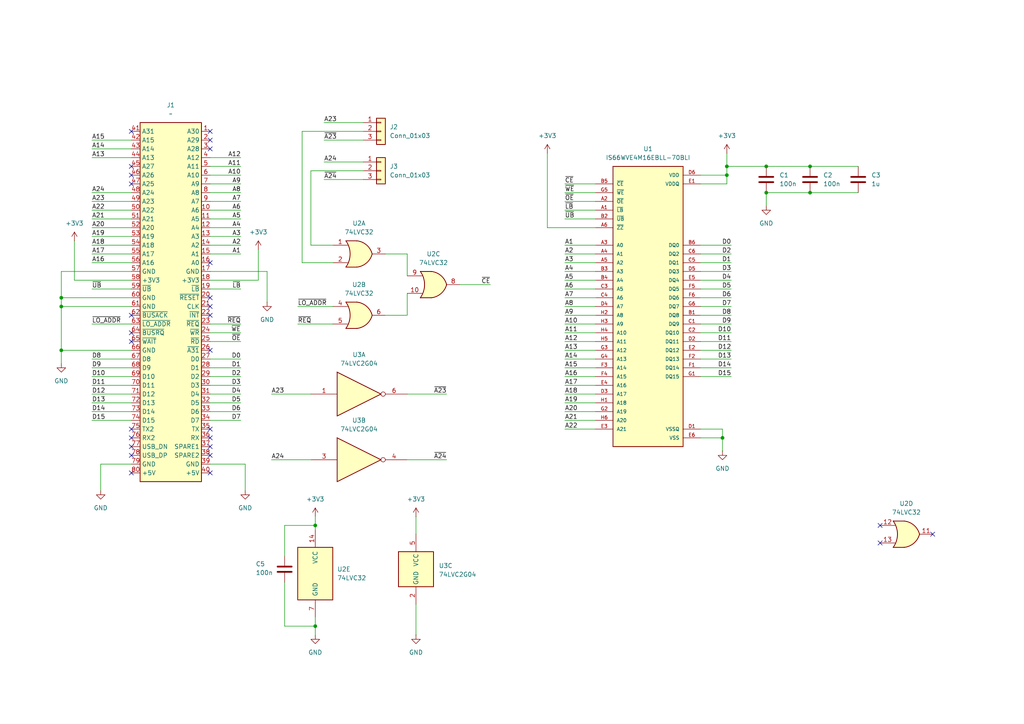
<source format=kicad_sch>
(kicad_sch (version 20250114) (generator "eeschema") (generator_version "9.0")
  (paper "A4")
  (lib_symbols
    (symbol "74xGxx:74LVC2G04"
      (property "Reference" "U" (at 0 7.62 0))
      (property "Value" "74LVC2G04" (at 2.54 -7.62 0))
      (symbol "74LVC2G04_1_1"
        (polyline (pts (xy -7.62 6.35) (xy -7.62 -6.35) (xy 5.08 0) (xy -7.62 6.35)) (stroke (width 0.254)) (fill (type background)))
        (pin input line (at -15.24 0 0) (length 7.62) (name "~") (number "1"))
        (pin output inverted (at 12.7 0 180) (length 7.62) (name "~") (number "6"))
      )
      (symbol "74LVC2G04_2_1"
        (polyline (pts (xy -7.62 6.35) (xy -7.62 -6.35) (xy 5.08 0) (xy -7.62 6.35)) (stroke (width 0.254)) (fill (type background)))
        (pin input line (at -15.24 0 0) (length 7.62) (name "~") (number "3"))
        (pin output inverted (at 12.7 0 180) (length 7.62) (name "~") (number "4"))
      )
      (symbol "74LVC2G04_3_0"
        (rectangle (start -5.08 -5.08) (end 5.08 5.08) (stroke (width 0.254)) (fill (type background)))
      )
      (symbol "74LVC2G04_3_1"
        (pin power_in line (at 0 10.16 270) (length 5.08) (name "VCC") (number "5"))
        (pin power_in line (at 0 -10.16 90) (length 5.08) (name "GND") (number "2"))
      )
    )
    (symbol "74xx:74LS32" (pin_names (offset 1.016))
      (property "Reference" "U" (at 0 1.27 0))
      (property "Value" "74LS32" (at 0 -1.27 0))
      (symbol "74LS32_1_1"
        (arc (start -3.81 3.81) (mid -2.589 0) (end -3.81 -3.81) (stroke (width 0.254)))
        (polyline (pts (xy -3.81 3.81) (xy -0.635 3.81)) (stroke (width 0.254)) (fill (type background)))
        (polyline (pts (xy -3.81 -3.81) (xy -0.635 -3.81)) (stroke (width 0.254)) (fill (type background)))
        (arc (start 3.81 0) (mid 2.1855 -2.584) (end -0.6096 -3.81) (stroke (width 0.254)) (fill (type background)))
        (arc (start -0.6096 3.81) (mid 2.1928 2.5924) (end 3.81 0) (stroke (width 0.254)) (fill (type background)))
        (polyline (pts (xy -0.635 3.81) (xy -3.81 3.81) (xy -3.81 3.81) (xy -3.556 3.4036) (xy -3.0226 2.2606) (xy -2.6924 1.0414) (xy -2.6162 -0.254) (xy -2.7686 -1.4986) (xy -3.175 -2.7178) (xy -3.81 -3.81) (xy -3.81 -3.81) (xy -0.635 -3.81)) (stroke (width -25.4)) (fill (type background)))
        (pin input line (at -7.62 2.54 0) (length 4.318) (name "~") (number "1"))
        (pin input line (at -7.62 -2.54 0) (length 4.318) (name "~") (number "2"))
        (pin output line (at 7.62 0 180) (length 3.81) (name "~") (number "3"))
      )
      (symbol "74LS32_1_2"
        (arc (start 0 3.81) (mid 3.7934 0) (end 0 -3.81) (stroke (width 0.254)) (fill (type background)))
        (polyline (pts (xy 0 3.81) (xy -3.81 3.81) (xy -3.81 -3.81) (xy 0 -3.81)) (stroke (width 0.254)) (fill (type background)))
        (pin input inverted (at -7.62 2.54 0) (length 3.81) (name "~") (number "1"))
        (pin input inverted (at -7.62 -2.54 0) (length 3.81) (name "~") (number "2"))
        (pin output inverted (at 7.62 0 180) (length 3.81) (name "~") (number "3"))
      )
      (symbol "74LS32_2_1"
        (arc (start -3.81 3.81) (mid -2.589 0) (end -3.81 -3.81) (stroke (width 0.254)))
        (polyline (pts (xy -3.81 3.81) (xy -0.635 3.81)) (stroke (width 0.254)) (fill (type background)))
        (polyline (pts (xy -3.81 -3.81) (xy -0.635 -3.81)) (stroke (width 0.254)) (fill (type background)))
        (arc (start 3.81 0) (mid 2.1855 -2.584) (end -0.6096 -3.81) (stroke (width 0.254)) (fill (type background)))
        (arc (start -0.6096 3.81) (mid 2.1928 2.5924) (end 3.81 0) (stroke (width 0.254)) (fill (type background)))
        (polyline (pts (xy -0.635 3.81) (xy -3.81 3.81) (xy -3.81 3.81) (xy -3.556 3.4036) (xy -3.0226 2.2606) (xy -2.6924 1.0414) (xy -2.6162 -0.254) (xy -2.7686 -1.4986) (xy -3.175 -2.7178) (xy -3.81 -3.81) (xy -3.81 -3.81) (xy -0.635 -3.81)) (stroke (width -25.4)) (fill (type background)))
        (pin input line (at -7.62 2.54 0) (length 4.318) (name "~") (number "4"))
        (pin input line (at -7.62 -2.54 0) (length 4.318) (name "~") (number "5"))
        (pin output line (at 7.62 0 180) (length 3.81) (name "~") (number "6"))
      )
      (symbol "74LS32_2_2"
        (arc (start 0 3.81) (mid 3.7934 0) (end 0 -3.81) (stroke (width 0.254)) (fill (type background)))
        (polyline (pts (xy 0 3.81) (xy -3.81 3.81) (xy -3.81 -3.81) (xy 0 -3.81)) (stroke (width 0.254)) (fill (type background)))
        (pin input inverted (at -7.62 2.54 0) (length 3.81) (name "~") (number "4"))
        (pin input inverted (at -7.62 -2.54 0) (length 3.81) (name "~") (number "5"))
        (pin output inverted (at 7.62 0 180) (length 3.81) (name "~") (number "6"))
      )
      (symbol "74LS32_3_1"
        (arc (start -3.81 3.81) (mid -2.589 0) (end -3.81 -3.81) (stroke (width 0.254)))
        (polyline (pts (xy -3.81 3.81) (xy -0.635 3.81)) (stroke (width 0.254)) (fill (type background)))
        (polyline (pts (xy -3.81 -3.81) (xy -0.635 -3.81)) (stroke (width 0.254)) (fill (type background)))
        (arc (start 3.81 0) (mid 2.1855 -2.584) (end -0.6096 -3.81) (stroke (width 0.254)) (fill (type background)))
        (arc (start -0.6096 3.81) (mid 2.1928 2.5924) (end 3.81 0) (stroke (width 0.254)) (fill (type background)))
        (polyline (pts (xy -0.635 3.81) (xy -3.81 3.81) (xy -3.81 3.81) (xy -3.556 3.4036) (xy -3.0226 2.2606) (xy -2.6924 1.0414) (xy -2.6162 -0.254) (xy -2.7686 -1.4986) (xy -3.175 -2.7178) (xy -3.81 -3.81) (xy -3.81 -3.81) (xy -0.635 -3.81)) (stroke (width -25.4)) (fill (type background)))
        (pin input line (at -7.62 2.54 0) (length 4.318) (name "~") (number "9"))
        (pin input line (at -7.62 -2.54 0) (length 4.318) (name "~") (number "10"))
        (pin output line (at 7.62 0 180) (length 3.81) (name "~") (number "8"))
      )
      (symbol "74LS32_3_2"
        (arc (start 0 3.81) (mid 3.7934 0) (end 0 -3.81) (stroke (width 0.254)) (fill (type background)))
        (polyline (pts (xy 0 3.81) (xy -3.81 3.81) (xy -3.81 -3.81) (xy 0 -3.81)) (stroke (width 0.254)) (fill (type background)))
        (pin input inverted (at -7.62 2.54 0) (length 3.81) (name "~") (number "9"))
        (pin input inverted (at -7.62 -2.54 0) (length 3.81) (name "~") (number "10"))
        (pin output inverted (at 7.62 0 180) (length 3.81) (name "~") (number "8"))
      )
      (symbol "74LS32_4_1"
        (arc (start -3.81 3.81) (mid -2.589 0) (end -3.81 -3.81) (stroke (width 0.254)))
        (polyline (pts (xy -3.81 3.81) (xy -0.635 3.81)) (stroke (width 0.254)) (fill (type background)))
        (polyline (pts (xy -3.81 -3.81) (xy -0.635 -3.81)) (stroke (width 0.254)) (fill (type background)))
        (arc (start 3.81 0) (mid 2.1855 -2.584) (end -0.6096 -3.81) (stroke (width 0.254)) (fill (type background)))
        (arc (start -0.6096 3.81) (mid 2.1928 2.5924) (end 3.81 0) (stroke (width 0.254)) (fill (type background)))
        (polyline (pts (xy -0.635 3.81) (xy -3.81 3.81) (xy -3.81 3.81) (xy -3.556 3.4036) (xy -3.0226 2.2606) (xy -2.6924 1.0414) (xy -2.6162 -0.254) (xy -2.7686 -1.4986) (xy -3.175 -2.7178) (xy -3.81 -3.81) (xy -3.81 -3.81) (xy -0.635 -3.81)) (stroke (width -25.4)) (fill (type background)))
        (pin input line (at -7.62 2.54 0) (length 4.318) (name "~") (number "12"))
        (pin input line (at -7.62 -2.54 0) (length 4.318) (name "~") (number "13"))
        (pin output line (at 7.62 0 180) (length 3.81) (name "~") (number "11"))
      )
      (symbol "74LS32_4_2"
        (arc (start 0 3.81) (mid 3.7934 0) (end 0 -3.81) (stroke (width 0.254)) (fill (type background)))
        (polyline (pts (xy 0 3.81) (xy -3.81 3.81) (xy -3.81 -3.81) (xy 0 -3.81)) (stroke (width 0.254)) (fill (type background)))
        (pin input inverted (at -7.62 2.54 0) (length 3.81) (name "~") (number "12"))
        (pin input inverted (at -7.62 -2.54 0) (length 3.81) (name "~") (number "13"))
        (pin output inverted (at 7.62 0 180) (length 3.81) (name "~") (number "11"))
      )
      (symbol "74LS32_5_0"
        (pin power_in line (at 0 12.7 270) (length 5.08) (name "VCC") (number "14"))
        (pin power_in line (at 0 -12.7 90) (length 5.08) (name "GND") (number "7"))
      )
      (symbol "74LS32_5_1"
        (rectangle (start -5.08 7.62) (end 5.08 -7.62) (stroke (width 0.254)) (fill (type background)))
      )
    )
    (symbol "Connector_Generic:Conn_01x03" (pin_names (offset 1.016) (hide yes))
      (property "Reference" "J" (at 0 5.08 0))
      (property "Value" "Conn_01x03" (at 0 -5.08 0))
      (symbol "Conn_01x03_1_1"
        (rectangle (start -1.27 3.81) (end 1.27 -3.81) (stroke (width 0.254)) (fill (type background)))
        (rectangle (start -1.27 2.667) (end 0 2.413) (stroke (width 0.1524)))
        (rectangle (start -1.27 0.127) (end 0 -0.127) (stroke (width 0.1524)))
        (rectangle (start -1.27 -2.413) (end 0 -2.667) (stroke (width 0.1524)))
        (pin passive line (at -5.08 2.54 0) (length 3.81) (name "Pin_1") (number "1"))
        (pin passive line (at -5.08 0 0) (length 3.81) (name "Pin_2") (number "2"))
        (pin passive line (at -5.08 -2.54 0) (length 3.81) (name "Pin_3") (number "3"))
      )
    )
    (symbol "Device:C" (pin_numbers (hide yes)) (pin_names (offset 0.254))
      (property "Reference" "C" (at 0.635 2.54 0))
      (property "Value" "C" (at 0.635 -2.54 0))
      (symbol "C_0_1"
        (polyline (pts (xy -2.032 0.762) (xy 2.032 0.762)) (stroke (width 0.508)))
        (polyline (pts (xy -2.032 -0.762) (xy 2.032 -0.762)) (stroke (width 0.508)))
      )
      (symbol "C_1_1"
        (pin passive line (at 0 3.81 270) (length 2.794) (name "~") (number "1"))
        (pin passive line (at 0 -3.81 90) (length 2.794) (name "~") (number "2"))
      )
    )
    (symbol "IS66WVE4M16EBLL-70BLI:IS66WVE4M16EBLL-70BLI" (pin_names (offset 1.016))
      (property "Reference" "U" (at -10.16 41.91 0))
      (property "Value" "IS66WVE4M16EBLL-70BLI" (at -10.16 -41.91 0))
      (symbol "IS66WVE4M16EBLL-70BLI_0_0"
        (rectangle (start -10.16 -40.64) (end 10.16 40.64) (stroke (width 0.254)) (fill (type background)))
        (pin input line (at -15.24 35.56 0) (length 5.08) (name "~{CE}") (number "B5"))
        (pin input line (at -15.24 33.02 0) (length 5.08) (name "~{WE}") (number "G5"))
        (pin input line (at -15.24 30.48 0) (length 5.08) (name "~{OE}") (number "A2"))
        (pin input line (at -15.24 27.94 0) (length 5.08) (name "~{LB}") (number "A1"))
        (pin input line (at -15.24 25.4 0) (length 5.08) (name "~{UB}") (number "B2"))
        (pin input line (at -15.24 22.86 0) (length 5.08) (name "~{ZZ}") (number "A6"))
        (pin input line (at -15.24 17.78 0) (length 5.08) (name "A0") (number "A3"))
        (pin input line (at -15.24 15.24 0) (length 5.08) (name "A1") (number "A4"))
        (pin input line (at -15.24 12.7 0) (length 5.08) (name "A2") (number "A5"))
        (pin input line (at -15.24 10.16 0) (length 5.08) (name "A3") (number "B3"))
        (pin input line (at -15.24 7.62 0) (length 5.08) (name "A4") (number "B4"))
        (pin input line (at -15.24 5.08 0) (length 5.08) (name "A5") (number "C3"))
        (pin input line (at -15.24 2.54 0) (length 5.08) (name "A6") (number "C4"))
        (pin input line (at -15.24 0 0) (length 5.08) (name "A7") (number "D4"))
        (pin input line (at -15.24 -2.54 0) (length 5.08) (name "A8") (number "H2"))
        (pin input line (at -15.24 -5.08 0) (length 5.08) (name "A9") (number "H3"))
        (pin input line (at -15.24 -7.62 0) (length 5.08) (name "A10") (number "H4"))
        (pin input line (at -15.24 -10.16 0) (length 5.08) (name "A11") (number "H5"))
        (pin input line (at -15.24 -12.7 0) (length 5.08) (name "A12") (number "G3"))
        (pin input line (at -15.24 -15.24 0) (length 5.08) (name "A13") (number "G4"))
        (pin input line (at -15.24 -17.78 0) (length 5.08) (name "A14") (number "F3"))
        (pin input line (at -15.24 -20.32 0) (length 5.08) (name "A15") (number "F4"))
        (pin input line (at -15.24 -22.86 0) (length 5.08) (name "A16") (number "E4"))
        (pin input line (at -15.24 -25.4 0) (length 5.08) (name "A17") (number "D3"))
        (pin input line (at -15.24 -27.94 0) (length 5.08) (name "A18") (number "H1"))
        (pin input line (at -15.24 -30.48 0) (length 5.08) (name "A19") (number "G2"))
        (pin input line (at -15.24 -33.02 0) (length 5.08) (name "A20") (number "H6"))
        (pin input line (at -15.24 -35.56 0) (length 5.08) (name "A21") (number "E3"))
        (pin power_in line (at 15.24 38.1 180) (length 5.08) (name "VDD") (number "D6"))
        (pin power_in line (at 15.24 35.56 180) (length 5.08) (name "VDDQ") (number "E1"))
        (pin bidirectional line (at 15.24 17.78 180) (length 5.08) (name "DQ0") (number "B6"))
        (pin bidirectional line (at 15.24 15.24 180) (length 5.08) (name "DQ2") (number "C6"))
        (pin bidirectional line (at 15.24 12.7 180) (length 5.08) (name "DQ1") (number "C5"))
        (pin bidirectional line (at 15.24 10.16 180) (length 5.08) (name "DQ3") (number "D5"))
        (pin bidirectional line (at 15.24 7.62 180) (length 5.08) (name "DQ4") (number "E5"))
        (pin bidirectional line (at 15.24 5.08 180) (length 5.08) (name "DQ5") (number "F5"))
        (pin bidirectional line (at 15.24 2.54 180) (length 5.08) (name "DQ6") (number "F6"))
        (pin bidirectional line (at 15.24 0 180) (length 5.08) (name "DQ7") (number "G6"))
        (pin bidirectional line (at 15.24 -2.54 180) (length 5.08) (name "DQ8") (number "B1"))
        (pin bidirectional line (at 15.24 -5.08 180) (length 5.08) (name "DQ9") (number "C1"))
        (pin bidirectional line (at 15.24 -7.62 180) (length 5.08) (name "DQ10") (number "C2"))
        (pin bidirectional line (at 15.24 -10.16 180) (length 5.08) (name "DQ11") (number "D2"))
        (pin bidirectional line (at 15.24 -12.7 180) (length 5.08) (name "DQ12") (number "E2"))
        (pin bidirectional line (at 15.24 -15.24 180) (length 5.08) (name "DQ13") (number "F2"))
        (pin bidirectional line (at 15.24 -17.78 180) (length 5.08) (name "DQ14") (number "F1"))
        (pin bidirectional line (at 15.24 -20.32 180) (length 5.08) (name "DQ15") (number "G1"))
        (pin power_in line (at 15.24 -35.56 180) (length 5.08) (name "VSSQ") (number "D1"))
        (pin power_in line (at 15.24 -38.1 180) (length 5.08) (name "VSS") (number "E6"))
      )
    )
    (symbol "RV4028:Dual_Conn"
      (property "Reference" "J" (at 0 101.854 0))
      (symbol "Dual_Conn_0_0"
        (pin input line (at -11.43 97.79 0) (length 2.54) (name "A31") (number "41"))
        (pin input line (at -11.43 95.25 0) (length 2.54) (name "A15") (number "42"))
        (pin input line (at -11.43 92.71 0) (length 2.54) (name "A14") (number "43"))
        (pin input line (at -11.43 90.17 0) (length 2.54) (name "A13") (number "44"))
        (pin input line (at -11.43 87.63 0) (length 2.54) (name "A27") (number "45"))
        (pin input line (at -11.43 85.09 0) (length 2.54) (name "A26") (number "46"))
        (pin input line (at -11.43 82.55 0) (length 2.54) (name "A25") (number "47"))
        (pin input line (at -11.43 80.01 0) (length 2.54) (name "A24") (number "48"))
        (pin input line (at -11.43 77.47 0) (length 2.54) (name "A23") (number "49"))
        (pin input line (at -11.43 74.93 0) (length 2.54) (name "A22") (number "50"))
        (pin input line (at -11.43 72.39 0) (length 2.54) (name "A21") (number "51"))
        (pin input line (at -11.43 69.85 0) (length 2.54) (name "A20") (number "52"))
        (pin input line (at -11.43 67.31 0) (length 2.54) (name "A19") (number "53"))
        (pin input line (at -11.43 64.77 0) (length 2.54) (name "A18") (number "54"))
        (pin input line (at -11.43 62.23 0) (length 2.54) (name "A17") (number "55"))
        (pin input line (at -11.43 59.69 0) (length 2.54) (name "A16") (number "56"))
        (pin power_out line (at -11.43 57.15 0) (length 2.54) (name "GND") (number "57"))
        (pin power_out line (at -11.43 54.61 0) (length 2.54) (name "+3V3") (number "58"))
        (pin input line (at -11.43 52.07 0) (length 2.54) (name "~{UB}") (number "59"))
        (pin power_out line (at -11.43 49.53 0) (length 2.54) (name "GND") (number "60"))
        (pin power_out line (at -11.43 46.99 0) (length 2.54) (name "GND") (number "61"))
        (pin input line (at -11.43 41.91 0) (length 2.54) (name "~{LO_ADDR}") (number "63"))
        (pin input line (at -11.43 39.37 0) (length 2.54) (name "~{BUSRQ}") (number "64"))
        (pin output line (at -11.43 36.83 0) (length 2.54) (name "~{WAIT}") (number "65"))
        (pin power_out line (at -11.43 34.29 0) (length 2.54) (name "GND") (number "66"))
        (pin bidirectional line (at -11.43 31.75 0) (length 2.54) (name "D8") (number "67"))
        (pin bidirectional line (at -11.43 29.21 0) (length 2.54) (name "D9") (number "68"))
        (pin bidirectional line (at -11.43 26.67 0) (length 2.54) (name "D10") (number "69"))
        (pin bidirectional line (at -11.43 24.13 0) (length 2.54) (name "D11") (number "70"))
        (pin bidirectional line (at -11.43 21.59 0) (length 2.54) (name "D12") (number "71"))
        (pin bidirectional line (at -11.43 19.05 0) (length 2.54) (name "D13") (number "72"))
        (pin bidirectional line (at -11.43 16.51 0) (length 2.54) (name "D14") (number "73"))
        (pin bidirectional line (at -11.43 13.97 0) (length 2.54) (name "D15") (number "74"))
        (pin input line (at -11.43 11.43 0) (length 2.54) (name "TX2") (number "75"))
        (pin output line (at -11.43 8.89 0) (length 2.54) (name "RX2") (number "76"))
        (pin bidirectional line (at -11.43 6.35 0) (length 2.54) (name "USB_DN") (number "77"))
        (pin bidirectional line (at -11.43 3.81 0) (length 2.54) (name "USB_DP") (number "78"))
        (pin power_out line (at -11.43 1.27 0) (length 2.54) (name "GND") (number "79"))
        (pin power_out line (at -11.43 -1.27 0) (length 2.54) (name "+5V") (number "80"))
        (pin input line (at 11.43 97.79 180) (length 2.54) (name "A30") (number "1"))
        (pin input line (at 11.43 95.25 180) (length 2.54) (name "A29") (number "2"))
        (pin input line (at 11.43 92.71 180) (length 2.54) (name "A28") (number "3"))
        (pin input line (at 11.43 90.17 180) (length 2.54) (name "A12") (number "4"))
        (pin input line (at 11.43 87.63 180) (length 2.54) (name "A11") (number "5"))
        (pin input line (at 11.43 85.09 180) (length 2.54) (name "A10") (number "6"))
        (pin input line (at 11.43 82.55 180) (length 2.54) (name "A9") (number "7"))
        (pin input line (at 11.43 80.01 180) (length 2.54) (name "A8") (number "8"))
        (pin input line (at 11.43 77.47 180) (length 2.54) (name "A7") (number "9"))
        (pin input line (at 11.43 74.93 180) (length 2.54) (name "A6") (number "10"))
        (pin input line (at 11.43 72.39 180) (length 2.54) (name "A5") (number "11"))
        (pin input line (at 11.43 69.85 180) (length 2.54) (name "A4") (number "12"))
        (pin input line (at 11.43 67.31 180) (length 2.54) (name "A3") (number "13"))
        (pin input line (at 11.43 64.77 180) (length 2.54) (name "A2") (number "14"))
        (pin input line (at 11.43 62.23 180) (length 2.54) (name "A1") (number "15"))
        (pin input line (at 11.43 59.69 180) (length 2.54) (name "A0") (number "16"))
        (pin power_out line (at 11.43 57.15 180) (length 2.54) (name "GND") (number "17"))
        (pin power_out line (at 11.43 54.61 180) (length 2.54) (name "+3V3") (number "18"))
        (pin input line (at 11.43 52.07 180) (length 2.54) (name "~{LB}") (number "19"))
        (pin output line (at 11.43 49.53 180) (length 2.54) (name "~{RESET}") (number "20"))
        (pin output line (at 11.43 46.99 180) (length 2.54) (name "CLK") (number "21"))
        (pin output line (at 11.43 44.45 180) (length 2.54) (name "~{INT}") (number "22"))
        (pin input line (at 11.43 41.91 180) (length 2.54) (name "~{REQ}") (number "23"))
        (pin input line (at 11.43 39.37 180) (length 2.54) (name "~{WR}") (number "24"))
        (pin input line (at 11.43 36.83 180) (length 2.54) (name "~{RD}") (number "25"))
        (pin input line (at 11.43 34.29 180) (length 2.54) (name "~{A31}") (number "26"))
        (pin bidirectional line (at 11.43 31.75 180) (length 2.54) (name "D0") (number "27"))
        (pin bidirectional line (at 11.43 29.21 180) (length 2.54) (name "D1") (number "28"))
        (pin bidirectional line (at 11.43 26.67 180) (length 2.54) (name "D2") (number "29"))
        (pin bidirectional line (at 11.43 24.13 180) (length 2.54) (name "D3") (number "30"))
        (pin bidirectional line (at 11.43 21.59 180) (length 2.54) (name "D4") (number "31"))
        (pin bidirectional line (at 11.43 19.05 180) (length 2.54) (name "D5") (number "32"))
        (pin bidirectional line (at 11.43 16.51 180) (length 2.54) (name "D6") (number "33"))
        (pin bidirectional line (at 11.43 13.97 180) (length 2.54) (name "D7") (number "34"))
        (pin input line (at 11.43 11.43 180) (length 2.54) (name "TX") (number "35"))
        (pin output line (at 11.43 8.89 180) (length 2.54) (name "RX") (number "36"))
        (pin bidirectional line (at 11.43 6.35 180) (length 2.54) (name "SPARE1") (number "37"))
        (pin bidirectional line (at 11.43 3.81 180) (length 2.54) (name "SPARE2") (number "38"))
        (pin power_out line (at 11.43 1.27 180) (length 2.54) (name "GND") (number "39"))
        (pin power_out line (at 11.43 -1.27 180) (length 2.54) (name "+5V") (number "40"))
      )
      (symbol "Dual_Conn_1_0"
        (pin output line (at -11.43 44.45 0) (length 2.54) (name "~{BUSACK}") (number "62"))
      )
      (symbol "Dual_Conn_1_1"
        (rectangle (start -8.89 100.33) (end 8.89 -3.81) (stroke (width 0.254)) (fill (type background)))
      )
    )
    (symbol "power:+3V3" (power) (pin_numbers (hide yes)) (pin_names (offset 0) (hide yes))
      (property "Value" "+3V3" (at 0 3.556 0))
      (symbol "+3V3_0_1"
        (polyline (pts (xy -0.762 1.27) (xy 0 2.54)))
        (polyline (pts (xy 0 2.54) (xy 0.762 1.27)))
        (polyline (pts (xy 0 0) (xy 0 2.54)))
      )
      (symbol "+3V3_1_1"
        (pin power_in line (at 0 0 90) (length 0) (name "~") (number "1"))
      )
    )
    (symbol "power:GND" (power) (pin_numbers (hide yes)) (pin_names (offset 0) (hide yes))
      (property "Value" "GND" (at 0 -3.81 0))
      (symbol "GND_0_1"
        (polyline (pts (xy 0 0) (xy 0 -1.27) (xy 1.27 -1.27) (xy 0 -2.54) (xy -1.27 -1.27) (xy 0 -1.27)))
      )
      (symbol "GND_1_1"
        (pin power_in line (at 0 0 270) (length 0) (name "~") (number "1"))
      )
    )
  )
  (junction (at 91.44 181.61))
  (junction (at 222.25 55.88))
  (junction (at 234.95 55.88))
  (junction (at 17.78 101.6))
  (junction (at 210.82 50.8))
  (junction (at 234.95 48.26))
  (junction (at 210.82 48.26))
  (junction (at 222.25 48.26))
  (junction (at 91.44 152.4))
  (junction (at 17.78 86.36))
  (junction (at 17.78 88.9))
  (junction (at 209.55 127))
  (no_connect (at 38.1 99.06))
  (no_connect (at 255.27 157.48))
  (no_connect (at 60.96 43.18))
  (no_connect (at 60.96 40.64))
  (no_connect (at 60.96 132.08))
  (no_connect (at 38.1 38.1))
  (no_connect (at 38.1 91.44))
  (no_connect (at 38.1 124.46))
  (no_connect (at 38.1 53.34))
  (no_connect (at 60.96 137.16))
  (no_connect (at 38.1 132.08))
  (no_connect (at 38.1 129.54))
  (no_connect (at 60.96 124.46))
  (no_connect (at 38.1 137.16))
  (no_connect (at 60.96 127))
  (no_connect (at 270.51 154.94))
  (no_connect (at 38.1 48.26))
  (no_connect (at 60.96 88.9))
  (no_connect (at 60.96 101.6))
  (no_connect (at 60.96 76.2))
  (no_connect (at 60.96 129.54))
  (no_connect (at 60.96 38.1))
  (no_connect (at 38.1 127))
  (no_connect (at 255.27 152.4))
  (no_connect (at 60.96 86.36))
  (no_connect (at 60.96 91.44))
  (no_connect (at 38.1 96.52))
  (no_connect (at 38.1 50.8))
  (wire (pts (xy 90.17 49.53) (xy 105.41 49.53)))
  (wire (pts (xy 60.96 71.12) (xy 69.85 71.12)))
  (wire (pts (xy 26.67 104.14) (xy 38.1 104.14)))
  (wire (pts (xy 203.2 104.14) (xy 212.09 104.14)))
  (wire (pts (xy 38.1 134.62) (xy 29.21 134.62)))
  (wire (pts (xy 87.63 38.1) (xy 105.41 38.1)))
  (wire (pts (xy 60.96 68.58) (xy 69.85 68.58)))
  (wire (pts (xy 26.67 68.58) (xy 38.1 68.58)))
  (wire (pts (xy 26.67 106.68) (xy 38.1 106.68)))
  (wire (pts (xy 163.83 116.84) (xy 172.72 116.84)))
  (wire (pts (xy 60.96 99.06) (xy 69.85 99.06)))
  (wire (pts (xy 111.76 73.66) (xy 118.11 73.66)))
  (wire (pts (xy 26.67 73.66) (xy 38.1 73.66)))
  (wire (pts (xy 203.2 88.9) (xy 212.09 88.9)))
  (wire (pts (xy 26.67 55.88) (xy 38.1 55.88)))
  (wire (pts (xy 60.96 106.68) (xy 69.85 106.68)))
  (wire (pts (xy 26.67 114.3) (xy 38.1 114.3)))
  (wire (pts (xy 82.55 181.61) (xy 91.44 181.61)))
  (wire (pts (xy 163.83 60.96) (xy 172.72 60.96)))
  (wire (pts (xy 203.2 101.6) (xy 212.09 101.6)))
  (wire (pts (xy 60.96 53.34) (xy 69.85 53.34)))
  (wire (pts (xy 26.67 121.92) (xy 38.1 121.92)))
  (wire (pts (xy 60.96 93.98) (xy 69.85 93.98)))
  (wire (pts (xy 93.98 52.07) (xy 105.41 52.07)))
  (wire (pts (xy 203.2 93.98) (xy 212.09 93.98)))
  (wire (pts (xy 17.78 88.9) (xy 38.1 88.9)))
  (wire (pts (xy 163.83 121.92) (xy 172.72 121.92)))
  (wire (pts (xy 118.11 114.3) (xy 129.54 114.3)))
  (wire (pts (xy 82.55 168.91) (xy 82.55 181.61)))
  (wire (pts (xy 234.95 55.88) (xy 248.92 55.88)))
  (wire (pts (xy 93.98 46.99) (xy 105.41 46.99)))
  (wire (pts (xy 118.11 91.44) (xy 118.11 85.09)))
  (wire (pts (xy 163.83 86.36) (xy 172.72 86.36)))
  (wire (pts (xy 60.96 63.5) (xy 69.85 63.5)))
  (wire (pts (xy 26.67 93.98) (xy 38.1 93.98)))
  (wire (pts (xy 38.1 81.28) (xy 21.59 81.28)))
  (wire (pts (xy 26.67 60.96) (xy 38.1 60.96)))
  (wire (pts (xy 60.96 96.52) (xy 69.85 96.52)))
  (wire (pts (xy 163.83 124.46) (xy 172.72 124.46)))
  (wire (pts (xy 210.82 53.34) (xy 210.82 50.8)))
  (wire (pts (xy 203.2 50.8) (xy 210.82 50.8)))
  (wire (pts (xy 203.2 91.44) (xy 212.09 91.44)))
  (wire (pts (xy 91.44 149.86) (xy 91.44 152.4)))
  (wire (pts (xy 163.83 73.66) (xy 172.72 73.66)))
  (wire (pts (xy 163.83 53.34) (xy 172.72 53.34)))
  (wire (pts (xy 60.96 60.96) (xy 69.85 60.96)))
  (wire (pts (xy 203.2 81.28) (xy 212.09 81.28)))
  (wire (pts (xy 203.2 127) (xy 209.55 127)))
  (wire (pts (xy 29.21 134.62) (xy 29.21 142.24)))
  (wire (pts (xy 158.75 44.45) (xy 158.75 66.04)))
  (wire (pts (xy 60.96 114.3) (xy 69.85 114.3)))
  (wire (pts (xy 26.67 76.2) (xy 38.1 76.2)))
  (wire (pts (xy 26.67 109.22) (xy 38.1 109.22)))
  (wire (pts (xy 163.83 76.2) (xy 172.72 76.2)))
  (wire (pts (xy 203.2 86.36) (xy 212.09 86.36)))
  (wire (pts (xy 203.2 106.68) (xy 212.09 106.68)))
  (wire (pts (xy 60.96 134.62) (xy 71.12 134.62)))
  (wire (pts (xy 86.36 88.9) (xy 96.52 88.9)))
  (wire (pts (xy 60.96 83.82) (xy 69.85 83.82)))
  (wire (pts (xy 163.83 55.88) (xy 172.72 55.88)))
  (wire (pts (xy 90.17 49.53) (xy 90.17 71.12)))
  (wire (pts (xy 26.67 45.72) (xy 38.1 45.72)))
  (wire (pts (xy 78.74 133.35) (xy 90.17 133.35)))
  (wire (pts (xy 26.67 116.84) (xy 38.1 116.84)))
  (wire (pts (xy 60.96 116.84) (xy 69.85 116.84)))
  (wire (pts (xy 60.96 109.22) (xy 69.85 109.22)))
  (wire (pts (xy 111.76 91.44) (xy 118.11 91.44)))
  (wire (pts (xy 60.96 119.38) (xy 69.85 119.38)))
  (wire (pts (xy 163.83 71.12) (xy 172.72 71.12)))
  (wire (pts (xy 163.83 101.6) (xy 172.72 101.6)))
  (wire (pts (xy 163.83 78.74) (xy 172.72 78.74)))
  (wire (pts (xy 87.63 76.2) (xy 96.52 76.2)))
  (wire (pts (xy 17.78 101.6) (xy 17.78 105.41)))
  (wire (pts (xy 91.44 181.61) (xy 91.44 184.15)))
  (wire (pts (xy 163.83 111.76) (xy 172.72 111.76)))
  (wire (pts (xy 82.55 161.29) (xy 82.55 152.4)))
  (wire (pts (xy 26.67 63.5) (xy 38.1 63.5)))
  (wire (pts (xy 60.96 66.04) (xy 69.85 66.04)))
  (wire (pts (xy 118.11 133.35) (xy 129.54 133.35)))
  (wire (pts (xy 163.83 88.9) (xy 172.72 88.9)))
  (wire (pts (xy 210.82 50.8) (xy 210.82 48.26)))
  (wire (pts (xy 222.25 55.88) (xy 234.95 55.88)))
  (wire (pts (xy 210.82 48.26) (xy 222.25 48.26)))
  (wire (pts (xy 203.2 99.06) (xy 212.09 99.06)))
  (wire (pts (xy 26.67 40.64) (xy 38.1 40.64)))
  (wire (pts (xy 78.74 114.3) (xy 90.17 114.3)))
  (wire (pts (xy 17.78 86.36) (xy 38.1 86.36)))
  (wire (pts (xy 163.83 83.82) (xy 172.72 83.82)))
  (wire (pts (xy 222.25 55.88) (xy 222.25 59.69)))
  (wire (pts (xy 38.1 78.74) (xy 17.78 78.74)))
  (wire (pts (xy 26.67 58.42) (xy 38.1 58.42)))
  (wire (pts (xy 163.83 99.06) (xy 172.72 99.06)))
  (wire (pts (xy 60.96 104.14) (xy 69.85 104.14)))
  (wire (pts (xy 74.93 72.39) (xy 74.93 81.28)))
  (wire (pts (xy 91.44 179.07) (xy 91.44 181.61)))
  (wire (pts (xy 203.2 76.2) (xy 212.09 76.2)))
  (wire (pts (xy 133.35 82.55) (xy 142.24 82.55)))
  (wire (pts (xy 26.67 43.18) (xy 38.1 43.18)))
  (wire (pts (xy 86.36 93.98) (xy 96.52 93.98)))
  (wire (pts (xy 60.96 48.26) (xy 69.85 48.26)))
  (wire (pts (xy 210.82 48.26) (xy 210.82 44.45)))
  (wire (pts (xy 203.2 71.12) (xy 212.09 71.12)))
  (wire (pts (xy 120.65 175.26) (xy 120.65 184.15)))
  (wire (pts (xy 203.2 53.34) (xy 210.82 53.34)))
  (wire (pts (xy 60.96 50.8) (xy 69.85 50.8)))
  (wire (pts (xy 163.83 109.22) (xy 172.72 109.22)))
  (wire (pts (xy 163.83 114.3) (xy 172.72 114.3)))
  (wire (pts (xy 60.96 45.72) (xy 69.85 45.72)))
  (wire (pts (xy 91.44 152.4) (xy 91.44 153.67)))
  (wire (pts (xy 163.83 58.42) (xy 172.72 58.42)))
  (wire (pts (xy 17.78 101.6) (xy 38.1 101.6)))
  (wire (pts (xy 203.2 124.46) (xy 209.55 124.46)))
  (wire (pts (xy 17.78 78.74) (xy 17.78 86.36)))
  (wire (pts (xy 26.67 66.04) (xy 38.1 66.04)))
  (wire (pts (xy 163.83 63.5) (xy 172.72 63.5)))
  (wire (pts (xy 17.78 88.9) (xy 17.78 101.6)))
  (wire (pts (xy 203.2 73.66) (xy 212.09 73.66)))
  (wire (pts (xy 163.83 93.98) (xy 172.72 93.98)))
  (wire (pts (xy 93.98 40.64) (xy 105.41 40.64)))
  (wire (pts (xy 209.55 124.46) (xy 209.55 127)))
  (wire (pts (xy 203.2 109.22) (xy 212.09 109.22)))
  (wire (pts (xy 163.83 91.44) (xy 172.72 91.44)))
  (wire (pts (xy 172.72 66.04) (xy 158.75 66.04)))
  (wire (pts (xy 77.47 78.74) (xy 77.47 87.63)))
  (wire (pts (xy 163.83 104.14) (xy 172.72 104.14)))
  (wire (pts (xy 26.67 71.12) (xy 38.1 71.12)))
  (wire (pts (xy 90.17 71.12) (xy 96.52 71.12)))
  (wire (pts (xy 163.83 119.38) (xy 172.72 119.38)))
  (wire (pts (xy 60.96 121.92) (xy 69.85 121.92)))
  (wire (pts (xy 71.12 134.62) (xy 71.12 142.24)))
  (wire (pts (xy 60.96 78.74) (xy 77.47 78.74)))
  (wire (pts (xy 60.96 81.28) (xy 74.93 81.28)))
  (wire (pts (xy 163.83 96.52) (xy 172.72 96.52)))
  (wire (pts (xy 163.83 81.28) (xy 172.72 81.28)))
  (wire (pts (xy 82.55 152.4) (xy 91.44 152.4)))
  (wire (pts (xy 60.96 111.76) (xy 69.85 111.76)))
  (wire (pts (xy 120.65 149.86) (xy 120.65 154.94)))
  (wire (pts (xy 203.2 83.82) (xy 212.09 83.82)))
  (wire (pts (xy 222.25 48.26) (xy 234.95 48.26)))
  (wire (pts (xy 93.98 35.56) (xy 105.41 35.56)))
  (wire (pts (xy 26.67 111.76) (xy 38.1 111.76)))
  (wire (pts (xy 60.96 73.66) (xy 69.85 73.66)))
  (wire (pts (xy 163.83 106.68) (xy 172.72 106.68)))
  (wire (pts (xy 203.2 96.52) (xy 212.09 96.52)))
  (wire (pts (xy 60.96 55.88) (xy 69.85 55.88)))
  (wire (pts (xy 26.67 119.38) (xy 38.1 119.38)))
  (wire (pts (xy 234.95 48.26) (xy 248.92 48.26)))
  (wire (pts (xy 209.55 127) (xy 209.55 130.81)))
  (wire (pts (xy 38.1 83.82) (xy 26.67 83.82)))
  (wire (pts (xy 60.96 58.42) (xy 69.85 58.42)))
  (wire (pts (xy 203.2 78.74) (xy 212.09 78.74)))
  (wire (pts (xy 17.78 86.36) (xy 17.78 88.9)))
  (wire (pts (xy 87.63 38.1) (xy 87.63 76.2)))
  (wire (pts (xy 21.59 81.28) (xy 21.59 69.85)))
  (wire (pts (xy 118.11 73.66) (xy 118.11 80.01)))
  (label "D3" (at 212.09 78.74 180))
  (label "A20" (at 26.67 66.04 0))
  (label "A19" (at 163.83 116.84 0))
  (label "~{OE}" (at 69.85 99.06 180))
  (label "A12" (at 69.85 45.72 180))
  (label "~{A24}" (at 93.98 52.07 0))
  (label "~{WE}" (at 69.85 96.52 180))
  (label "A7" (at 163.83 86.36 0))
  (label "A18" (at 163.83 114.3 0))
  (label "D9" (at 212.09 93.98 180))
  (label "D10" (at 26.67 109.22 0))
  (label "A9" (at 69.85 53.34 180))
  (label "A2" (at 69.85 71.12 180))
  (label "~{LB}" (at 69.85 83.82 180))
  (label "A16" (at 163.83 109.22 0))
  (label "D15" (at 26.67 121.92 0))
  (label "D11" (at 26.67 111.76 0))
  (label "D14" (at 26.67 119.38 0))
  (label "~{A23}" (at 129.54 114.3 180))
  (label "A21" (at 26.67 63.5 0))
  (label "A18" (at 26.67 71.12 0))
  (label "D12" (at 26.67 114.3 0))
  (label "A3" (at 69.85 68.58 180))
  (label "A17" (at 26.67 73.66 0))
  (label "A8" (at 69.85 55.88 180))
  (label "A24" (at 26.67 55.88 0))
  (label "D4" (at 69.85 114.3 180))
  (label "~{REQ}" (at 86.36 93.98 0))
  (label "A24" (at 78.74 133.35 0))
  (label "~{CE}" (at 142.24 82.55 180))
  (label "~{REQ}" (at 69.85 93.98 180))
  (label "A6" (at 69.85 60.96 180))
  (label "A16" (at 26.67 76.2 0))
  (label "A19" (at 26.67 68.58 0))
  (label "A13" (at 26.67 45.72 0))
  (label "D1" (at 69.85 106.68 180))
  (label "A24" (at 93.98 46.99 0))
  (label "~{WE}" (at 163.83 55.88 0))
  (label "A5" (at 69.85 63.5 180))
  (label "A3" (at 163.83 76.2 0))
  (label "D10" (at 212.09 96.52 180))
  (label "D8" (at 212.09 91.44 180))
  (label "A8" (at 163.83 88.9 0))
  (label "~{UB}" (at 163.83 63.5 0))
  (label "D5" (at 212.09 83.82 180))
  (label "A10" (at 163.83 93.98 0))
  (label "A9" (at 163.83 91.44 0))
  (label "~{LO_ADDR}" (at 86.36 88.9 0))
  (label "D2" (at 69.85 109.22 180))
  (label "~{A23}" (at 93.98 40.64 0))
  (label "A22" (at 26.67 60.96 0))
  (label "D6" (at 69.85 119.38 180))
  (label "D14" (at 212.09 106.68 180))
  (label "A4" (at 163.83 78.74 0))
  (label "A17" (at 163.83 111.76 0))
  (label "A7" (at 69.85 58.42 180))
  (label "D11" (at 212.09 99.06 180))
  (label "A14" (at 163.83 104.14 0))
  (label "A23" (at 78.74 114.3 0))
  (label "A21" (at 163.83 121.92 0))
  (label "A23" (at 93.98 35.56 0))
  (label "D1" (at 212.09 76.2 180))
  (label "A11" (at 69.85 48.26 180))
  (label "D2" (at 212.09 73.66 180))
  (label "D6" (at 212.09 86.36 180))
  (label "D0" (at 212.09 71.12 180))
  (label "D7" (at 69.85 121.92 180))
  (label "D7" (at 212.09 88.9 180))
  (label "D15" (at 212.09 109.22 180))
  (label "A1" (at 163.83 71.12 0))
  (label "A4" (at 69.85 66.04 180))
  (label "A11" (at 163.83 96.52 0))
  (label "A14" (at 26.67 43.18 0))
  (label "A15" (at 26.67 40.64 0))
  (label "A22" (at 163.83 124.46 0))
  (label "A5" (at 163.83 81.28 0))
  (label "D5" (at 69.85 116.84 180))
  (label "A2" (at 163.83 73.66 0))
  (label "D13" (at 212.09 104.14 180))
  (label "A15" (at 163.83 106.68 0))
  (label "~{OE}" (at 163.83 58.42 0))
  (label "~{UB}" (at 26.67 83.82 0))
  (label "~{A24}" (at 129.54 133.35 180))
  (label "A6" (at 163.83 83.82 0))
  (label "A12" (at 163.83 99.06 0))
  (label "D4" (at 212.09 81.28 180))
  (label "A20" (at 163.83 119.38 0))
  (label "A10" (at 69.85 50.8 180))
  (label "D3" (at 69.85 111.76 180))
  (label "D12" (at 212.09 101.6 180))
  (label "D13" (at 26.67 116.84 0))
  (label "~{LO_ADDR}" (at 26.67 93.98 0))
  (label "A13" (at 163.83 101.6 0))
  (label "~{LB}" (at 163.83 60.96 0))
  (label "~{CE}" (at 163.83 53.34 0))
  (label "D9" (at 26.67 106.68 0))
  (label "A1" (at 69.85 73.66 180))
  (label "D8" (at 26.67 104.14 0))
  (label "D0" (at 69.85 104.14 180))
  (label "A23" (at 26.67 58.42 0))
  (symbol (lib_id "power:+3V3") (at 210.82 44.45 0) (unit 1)
    (property "Reference" "#PWR09" (effects (hide yes)))
    (property "Value" "+3V3" (at 210.82 39.37 0))
    (property "Description" "Power symbol creates a global label with name \"+3V3\"" (effects (hide yes)))
  )
  (symbol (lib_id "power:+3V3") (at 74.93 72.39 0) (unit 1)
    (property "Reference" "#PWR03" (effects (hide yes)))
    (property "Value" "+3V3" (at 74.93 67.31 0))
    (property "Description" "Power symbol creates a global label with name \"+3V3\"" (effects (hide yes)))
  )
  (symbol (lib_id "power:+3V3") (at 158.75 44.45 0) (unit 1)
    (property "Reference" "#PWR011" (effects (hide yes)))
    (property "Value" "+3V3" (at 158.75 39.37 0))
    (property "Description" "Power symbol creates a global label with name \"+3V3\"" (effects (hide yes)))
  )
  (symbol (lib_id "74xx:74LS32") (at 104.14 91.44 0) (unit 2)
    (property "Reference" "U2" (at 104.14 82.55 0))
    (property "Value" "74LVC32" (at 104.14 85.09 0))
    (property "Footprint" "Package_SO:SSOP-14_5.3x6.2mm_P0.65mm" (effects (hide yes)))
    (property "Datasheet" "http://www.ti.com/lit/gpn/sn74LS32" (effects (hide yes)))
    (property "Description" "Quad 2-input OR" (effects (hide yes)))
    (property "JLC" "C2867091" (effects (hide yes)))
  )
  (symbol (lib_id "74xx:74LS32") (at 262.89 154.94 0) (unit 4)
    (property "Reference" "U2" (at 262.89 146.05 0))
    (property "Value" "74LVC32" (at 262.89 148.59 0))
    (property "Footprint" "Package_SO:SSOP-14_5.3x6.2mm_P0.65mm" (effects (hide yes)))
    (property "Datasheet" "http://www.ti.com/lit/gpn/sn74LS32" (effects (hide yes)))
    (property "Description" "Quad 2-input OR" (effects (hide yes)))
    (property "JLC" "C2867091" (effects (hide yes)))
  )
  (symbol (lib_id "power:GND") (at 91.44 184.15 0) (unit 1)
    (property "Reference" "#PWR02" (effects (hide yes)))
    (property "Value" "GND" (at 91.44 189.23 0))
    (property "Description" "Power symbol creates a global label with name \"GND\" , ground" (effects (hide yes)))
  )
  (symbol (lib_id "power:+3V3") (at 21.59 69.85 0) (unit 1)
    (property "Reference" "#PWR06" (effects (hide yes)))
    (property "Value" "+3V3" (at 21.59 64.77 0))
    (property "Description" "Power symbol creates a global label with name \"+3V3\"" (effects (hide yes)))
  )
  (symbol (lib_id "Connector_Generic:Conn_01x03") (at 110.49 49.53 0) (unit 1)
    (property "Reference" "J3" (at 113.03 48.2599 0) (effects (justify left)))
    (property "Value" "Conn_01x03" (at 113.03 50.7999 0) (effects (justify left)))
    (property "Footprint" "Connector_PinHeader_2.54mm:PinHeader_1x03_P2.54mm_Vertical" (effects (hide yes)))
    (property "Description" "Generic connector, single row, 01x03, script generated (kicad-library-utils/schlib/autogen/connector/)" (effects (hide yes)))
  )
  (symbol (lib_id "74xGxx:74LVC2G04") (at 105.41 114.3 0) (unit 1)
    (property "Reference" "U3" (at 104.14 102.87 0))
    (property "Value" "74LVC2G04" (at 104.14 105.41 0))
    (property "Footprint" "Package_TO_SOT_SMD:SOT-363_SC-70-6" (effects (hide yes)))
    (property "Datasheet" "http://www.ti.com/lit/sg/scyt129e/scyt129e.pdf" (effects (hide yes)))
    (property "Description" "Dual NOT Gate, Low-Voltage CMOS" (effects (hide yes)))
    (property "JLC" "C105251" (effects (hide yes)))
  )
  (symbol (lib_id "power:GND") (at 120.65 184.15 0) (unit 1)
    (property "Reference" "#PWR014" (effects (hide yes)))
    (property "Value" "GND" (at 120.65 189.23 0))
    (property "Description" "Power symbol creates a global label with name \"GND\" , ground" (effects (hide yes)))
  )
  (symbol (lib_id "power:GND") (at 29.21 142.24 0) (unit 1)
    (property "Reference" "#PWR05" (effects (hide yes)))
    (property "Value" "GND" (at 29.21 147.32 0))
    (property "Description" "Power symbol creates a global label with name \"GND\" , ground" (effects (hide yes)))
  )
  (symbol (lib_id "74xGxx:74LVC2G04") (at 120.65 165.1 0) (unit 3)
    (property "Reference" "U3" (at 127.254 164.084 0) (effects (justify left)))
    (property "Value" "74LVC2G04" (at 127.254 166.624 0) (effects (justify left)))
    (property "Footprint" "Package_TO_SOT_SMD:SOT-363_SC-70-6" (effects (hide yes)))
    (property "Datasheet" "http://www.ti.com/lit/sg/scyt129e/scyt129e.pdf" (effects (hide yes)))
    (property "Description" "Dual NOT Gate, Low-Voltage CMOS" (effects (hide yes)))
    (property "JLC" "C105251" (effects (hide yes)))
  )
  (symbol (lib_id "Device:C") (at 222.25 52.07 0) (unit 1)
    (property "Reference" "C1" (at 226.06 50.7999 0) (effects (justify left)))
    (property "Value" "100n" (at 226.06 53.3399 0) (effects (justify left)))
    (property "Footprint" "Capacitor_SMD:C_0402_1005Metric" (effects (hide yes)))
    (property "Description" "Unpolarized capacitor" (effects (hide yes)))
  )
  (symbol (lib_id "power:GND") (at 77.47 87.63 0) (unit 1)
    (property "Reference" "#PWR08" (effects (hide yes)))
    (property "Value" "GND" (at 77.47 92.71 0))
    (property "Description" "Power symbol creates a global label with name \"GND\" , ground" (effects (hide yes)))
  )
  (symbol (lib_id "power:GND") (at 209.55 130.81 0) (unit 1)
    (property "Reference" "#PWR012" (effects (hide yes)))
    (property "Value" "GND" (at 209.55 135.89 0))
    (property "Description" "Power symbol creates a global label with name \"GND\" , ground" (effects (hide yes)))
  )
  (symbol (lib_id "power:+3V3") (at 120.65 149.86 0) (unit 1)
    (property "Reference" "#PWR013" (effects (hide yes)))
    (property "Value" "+3V3" (at 120.65 144.78 0))
    (property "Description" "Power symbol creates a global label with name \"+3V3\"" (effects (hide yes)))
  )
  (symbol (lib_id "Device:C") (at 248.92 52.07 0) (unit 1)
    (property "Reference" "C3" (at 252.73 50.7999 0) (effects (justify left)))
    (property "Value" "1u" (at 252.73 53.3399 0) (effects (justify left)))
    (property "Footprint" "Capacitor_SMD:C_0603_1608Metric" (effects (hide yes)))
    (property "Description" "Unpolarized capacitor" (effects (hide yes)))
  )
  (symbol (lib_id "power:GND") (at 17.78 105.41 0) (unit 1)
    (property "Reference" "#PWR07" (effects (hide yes)))
    (property "Value" "GND" (at 17.78 110.49 0))
    (property "Description" "Power symbol creates a global label with name \"GND\" , ground" (effects (hide yes)))
  )
  (symbol (lib_id "74xx:74LS32") (at 91.44 166.37 0) (unit 5)
    (property "Reference" "U2" (at 97.79 165.0999 0) (effects (justify left)))
    (property "Value" "74LVC32" (at 97.79 167.6399 0) (effects (justify left)))
    (property "Footprint" "Package_SO:SSOP-14_5.3x6.2mm_P0.65mm" (effects (hide yes)))
    (property "Datasheet" "http://www.ti.com/lit/gpn/sn74LS32" (effects (hide yes)))
    (property "Description" "Quad 2-input OR" (effects (hide yes)))
    (property "JLC" "C2867091" (effects (hide yes)))
  )
  (symbol (lib_id "74xx:74LS32") (at 104.14 73.66 0) (unit 1)
    (property "Reference" "U2" (at 104.14 64.77 0))
    (property "Value" "74LVC32" (at 104.14 67.31 0))
    (property "Footprint" "Package_SO:SSOP-14_5.3x6.2mm_P0.65mm" (effects (hide yes)))
    (property "Datasheet" "http://www.ti.com/lit/gpn/sn74LS32" (effects (hide yes)))
    (property "Description" "Quad 2-input OR" (effects (hide yes)))
    (property "JLC" "C2867091" (effects (hide yes)))
  )
  (symbol (lib_id "power:+3V3") (at 91.44 149.86 0) (unit 1)
    (property "Reference" "#PWR01" (effects (hide yes)))
    (property "Value" "+3V3" (at 91.44 144.78 0))
    (property "Description" "Power symbol creates a global label with name \"+3V3\"" (effects (hide yes)))
  )
  (symbol (lib_id "IS66WVE4M16EBLL-70BLI:IS66WVE4M16EBLL-70BLI") (at 187.96 88.9 0) (unit 1)
    (property "Reference" "U1" (at 187.96 43.18 0))
    (property "Value" "IS66WVE4M16EBLL-70BLI" (at 187.96 45.72 0))
    (property "Footprint" "IS66WVE4M16EBLL-70BLI:BGA48C75P8X6_800X600X120N" (effects (hide yes)))
    (property "B_NOM" "0.35" (effects (hide yes)))
    (property "D_MAX" "8.1" (effects (hide yes)))
    (property "PIN_COUNT_D" "8.0" (effects (hide yes)))
    (property "Check_prices" "https://www.snapeda.com/parts/IS66WVE4M16EBLL-70BLI/ISSI/view-part/?ref=eda" (effects (hide yes)))
    (property "Description_1" "PSRAM (Pseudo SRAM) Memory IC 64Mb (4M x 16) Parallel 70 ns 48-TFBGA (6x8)" (effects (hide yes)))
    (property "Price" "None" (effects (hide yes)))
    (property "ENOM" "0.75" (effects (hide yes)))
    (property "COURTYARD_EXCESS" "1.0" (effects (hide yes)))
    (property "D_NOM" "8.0" (effects (hide yes)))
    (property "Purchase-URL" "https://www.snapeda.com/api/url_track_click_mouser/?unipart_id=583471&manufacturer=ISSI, Integrated&part_name=IS66WVE4M16EBLL-70BLI&search_term=is66wve4m16ebll-70bli" (effects (hide yes)))
    (property "ALPHA_ROWS" "True" (effects (hide yes)))
    (property "Package" "TFBGA-48 ISSI" (effects (hide yes)))
    (property "A_NOM" "1.2" (effects (hide yes)))
    (property "A_MIN" "1.2" (effects (hide yes)))
    (property "STANDARD" "IPC 7351B" (effects (hide yes)))
    (property "PARTREV" "D2" (effects (hide yes)))
    (property "DNOM" "0.75" (effects (hide yes)))
    (property "SnapEDA_Link" "https://www.snapeda.com/parts/IS66WVE4M16EBLL-70BLI/ISSI/view-part/?ref=snap" (effects (hide yes)))
    (property "E_NOM" "6.0" (effects (hide yes)))
    (property "MANUFACTURER" "ISSI" (effects (hide yes)))
    (property "MF" "ISSI, Integrated" (effects (hide yes)))
    (property "MAXIMUM_PACKAGE_HEIGHT" "1.2 mm" (effects (hide yes)))
    (property "COLLAPSING_BALL" "True" (effects (hide yes)))
    (property "PIN_COUNT_E" "6.0" (effects (hide yes)))
    (property "E_MIN" "5.9" (effects (hide yes)))
    (property "D_MIN" "7.9" (effects (hide yes)))
    (property "MP" "IS66WVE4M16EBLL-70BLI" (effects (hide yes)))
    (property "Availability" "In Stock" (effects (hide yes)))
    (property "E_MAX" "6.1" (effects (hide yes)))
  )
  (symbol (lib_id "Device:C") (at 234.95 52.07 0) (unit 1)
    (property "Reference" "C2" (at 238.76 50.7999 0) (effects (justify left)))
    (property "Value" "100n" (at 238.76 53.3399 0) (effects (justify left)))
    (property "Footprint" "Capacitor_SMD:C_0402_1005Metric" (effects (hide yes)))
    (property "Description" "Unpolarized capacitor" (effects (hide yes)))
  )
  (symbol (lib_id "power:GND") (at 71.12 142.24 0) (unit 1)
    (property "Reference" "#PWR04" (effects (hide yes)))
    (property "Value" "GND" (at 71.12 147.32 0))
    (property "Description" "Power symbol creates a global label with name \"GND\" , ground" (effects (hide yes)))
  )
  (symbol (lib_id "power:GND") (at 222.25 59.69 0) (unit 1)
    (property "Reference" "#PWR010" (effects (hide yes)))
    (property "Value" "GND" (at 222.25 64.77 0))
    (property "Description" "Power symbol creates a global label with name \"GND\" , ground" (effects (hide yes)))
  )
  (symbol (lib_id "Device:C") (at 82.55 165.1 0) (unit 1)
    (property "Reference" "C5" (at 74.168 163.576 0) (effects (justify left)))
    (property "Value" "100n" (at 74.168 166.116 0) (effects (justify left)))
    (property "Footprint" "Capacitor_SMD:C_0402_1005Metric" (effects (hide yes)))
    (property "Description" "Unpolarized capacitor" (effects (hide yes)))
  )
  (symbol (lib_id "Connector_Generic:Conn_01x03") (at 110.49 38.1 0) (unit 1)
    (property "Reference" "J2" (at 113.03 36.8299 0) (effects (justify left)))
    (property "Value" "Conn_01x03" (at 113.03 39.3699 0) (effects (justify left)))
    (property "Footprint" "Connector_PinHeader_2.54mm:PinHeader_1x03_P2.54mm_Vertical" (effects (hide yes)))
    (property "Description" "Generic connector, single row, 01x03, script generated (kicad-library-utils/schlib/autogen/connector/)" (effects (hide yes)))
  )
  (symbol (lib_id "74xGxx:74LVC2G04") (at 105.41 133.35 0) (unit 2)
    (property "Reference" "U3" (at 104.14 121.92 0))
    (property "Value" "74LVC2G04" (at 104.14 124.46 0))
    (property "Footprint" "Package_TO_SOT_SMD:SOT-363_SC-70-6" (effects (hide yes)))
    (property "Datasheet" "http://www.ti.com/lit/sg/scyt129e/scyt129e.pdf" (effects (hide yes)))
    (property "Description" "Dual NOT Gate, Low-Voltage CMOS" (effects (hide yes)))
    (property "JLC" "C105251" (effects (hide yes)))
  )
  (symbol (lib_id "74xx:74LS32") (at 125.73 82.55 0) (unit 3)
    (property "Reference" "U2" (at 125.73 73.66 0))
    (property "Value" "74LVC32" (at 125.73 76.2 0))
    (property "Footprint" "Package_SO:SSOP-14_5.3x6.2mm_P0.65mm" (effects (hide yes)))
    (property "Datasheet" "http://www.ti.com/lit/gpn/sn74LS32" (effects (hide yes)))
    (property "Description" "Quad 2-input OR" (effects (hide yes)))
    (property "JLC" "C2867091" (effects (hide yes)))
  )
  (symbol (lib_id "RV4028:Dual_Conn") (at 49.53 135.89 0) (unit 1)
    (property "Reference" "J1" (at 49.53 30.48 0))
    (property "Value" "~" (at 49.53 33.02 0))
    (property "Footprint" "RV4028:Module_2mm" (effects (hide yes)))
    (property "JLC" "C3407" (effects (hide yes)))
  )
)
</source>
